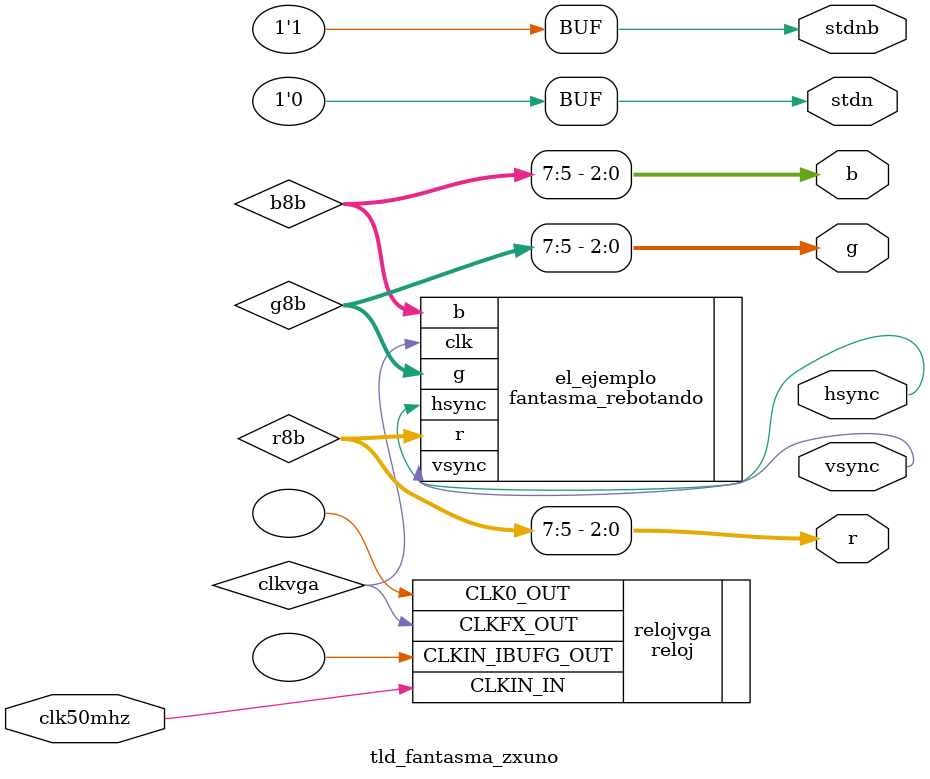
<source format=v>
`timescale 1ns / 100ps
`default_nettype none


module tld_fantasma_zxuno (
  input wire clk50mhz,  // cristal de 50 MHz
  output wire [2:0] r,  // Salidas R,G,B
  output wire [2:0] g,  // de 3 bits
  output wire [2:0] b,  // cada una
  output wire hsync,    // Sincronismos horizontal
	output wire vsync,    // y vertical
  output wire stdn,     // control del
  output wire stdnb     // AD724
  );

  assign stdn = 1'b0;
  assign stdnb = 1'b1;

  wire [7:0] r8b,g8b,b8b;
  assign r = r8b[7:5]; // como solo tenemos 3 bits por componente de color, asignamos de los 8 bits 
  assign g = g8b[7:5]; // originales de cada color sólo los 3 bits más significativos 
  assign b = b8b[7:5]; // (esto en ZX-DOS cambiaría a los 6 bits más significativos)
	 
  wire clkvga;
  // cambiar el contenido de este módulo (relojes.v) si hay que cambiar la frecuencia del reloj
  // si es que hemos cambiado el ModeLine en videosyncs.v para generar otra frecuencia distinta
  reloj relojvga (  
    .CLKIN_IN(clk50mhz), 
    .CLKFX_OUT(clkvga), 
    .CLKIN_IBUFG_OUT(), 
    .CLK0_OUT()
    );
    
  fantasma_rebotando el_ejemplo (
    .clk(clkvga),
    .r(r8b),
    .g(g8b),
    .b(b8b),
    .hsync(hsync),
    .vsync(vsync)
    );    
	 	 
endmodule

`default_nettype wire
</source>
